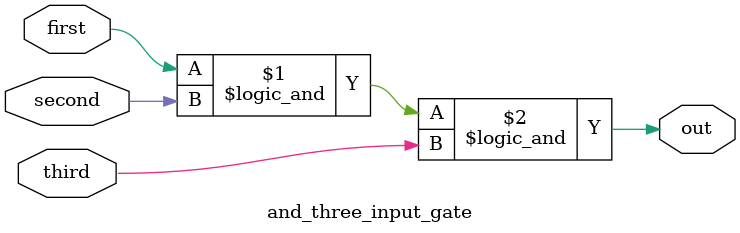
<source format=v>
`timescale 1ns/1ps

module and_three_input_gate (
    first,second,third,
    out
);

  input first,second,third;
  output out;

  assign out = first&&second&&third;

endmodule
</source>
